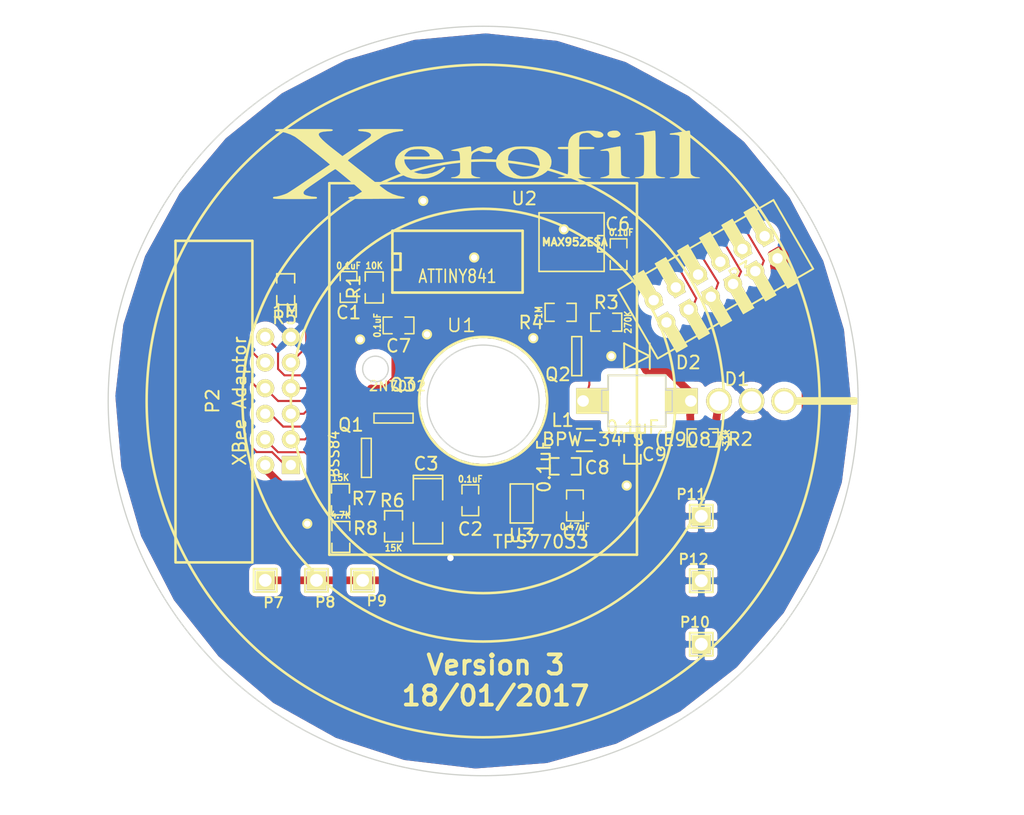
<source format=kicad_pcb>
(kicad_pcb (version 4) (host pcbnew 4.0.5-e0-6337~49~ubuntu14.04.1)
  (title_block (title "XBee ATTiny4313 Counting Node") (date "28 Jul 2014") (rev 0.0) (company "K. Sarkies"))
  (layers (0 F.Cu signal) (31 B.Cu power) (34 B.Paste user hide) (35 F.Paste user hide) (36 B.SilkS user hide) (37 F.SilkS user) (38 B.Mask user hide) (39 F.Mask user hide) (44 Edge.Cuts user))
  (net 0 "")
  (net 1 /Bootloader)
  (net 2 /On/Sleep)
  (net 3 /Reset)
  (net 4 /Rx)
  (net 5 /Sleep-Rq)
  (net 6 /Tx)
  (net 7 /VBatt)
  (net 8 /Xbee-Reset)
  (net 9 GND)
  (net 10 "Net-(U2-Pad6)")
  (net 11 "Net-(U3-Pad4)")
  (net 12 VDD)
  (net 13 "Net-(Q2-Pad3)")
  (net 14 "Net-(U2-Pad1)")
  (net 15 /MOSI)
  (net 16 /MISO)
  (net 17 /SCK)
  (net 18 /Count)
  (net 19 /PowerControl)
  (net 20 /Battery)
  (net 21 "Net-(D1-Pad1)")
  (net 22 "Net-(D2-Pad1)")
  (net 23 /VDDA)
  (net 24 /Commissioning)
  (net 25 /Association)
  (net 26 "Net-(Q1-PadG)")
  (net 27 "Net-(Q1-PadD)")
  (module Connect:SIL-1 (layer F.Cu) (at 217.02 114.03)
    (fp_text reference P12 (at -0.61 -1.67) (layer F.SilkS) (effects (font (size 0.8 0.8))))
    (fp_text value CONN_1 hide)
    (pad 1 thru_hole rect (at 0 0) (size 1.5 1.5) (drill 1) (layers *.Cu *.Mask F.SilkS) (net 9 GND))
  )
  (module SMD_Packages:SM1206POL (layer F.Cu) (at 195.7 108.6 270)
    (fp_text reference C3 (at -3.7 0.15 360) (layer F.SilkS))
    (fp_text value 10uF hide)
    (pad 1 smd rect (at -1.651 0 270) (size 1.524 2.032) (layers F.Cu F.Paste F.Mask) (net 12 VDD))
    (pad 2 smd rect (at 1.651 0 270) (size 1.524 2.032) (layers F.Cu F.Paste F.Mask) (net 9 GND))
  )
  (module SMD_Packages:SO8N (layer F.Cu) (at 206.9 87.6 180)
    (fp_text reference U2 (at 3.7 3.4 180) (layer F.SilkS))
    (fp_text value MAX952ESA (at -0.25 0 180) (layer F.SilkS) (effects (font (size 0.6 0.6))))
    (pad 8 smd rect (at -1.905 -3.175 180) (size 0.508 1.143) (layers F.Cu F.Paste F.Mask) (net 23 /VDDA))
    (pad 7 smd rect (at -0.635 -3.175 180) (size 0.508 1.143) (layers F.Cu F.Paste F.Mask) (net 18 /Count))
    (pad 6 smd rect (at 0.635 -3.175 180) (size 0.508 1.143) (layers F.Cu F.Paste F.Mask) (net 10 "Net-(U2-Pad6)"))
    (pad 5 smd rect (at 1.905 -3.175 180) (size 0.508 1.143) (layers F.Cu F.Paste F.Mask) (net 13 "Net-(Q2-Pad3)"))
    (pad 4 smd rect (at 1.905 3.175 180) (size 0.508 1.143) (layers F.Cu F.Paste F.Mask) (net 9 GND))
    (pad 3 smd rect (at 0.635 3.175 180) (size 0.508 1.143) (layers F.Cu F.Paste F.Mask) (net 9 GND))
    (pad 2 smd rect (at -0.635 3.175 180) (size 0.508 1.143) (layers F.Cu F.Paste F.Mask) (net 9 GND))
    (pad 1 smd rect (at -1.905 3.175 180) (size 0.508 1.143) (layers F.Cu F.Paste F.Mask) (net 14 "Net-(U2-Pad1)"))
  )
  (module SMD_Packages:SOT23-5 (layer F.Cu) (at 203 108 90)
    (fp_text reference U3 (at -2.5 0 180) (layer F.SilkS))
    (fp_text value TPS77033 (at -3 1.5 180) (layer F.SilkS))
    (pad 1 smd rect (at -0.9525 1.27 90) (size 0.508 0.762) (layers F.Cu F.Paste F.Mask) (net 20 /Battery))
    (pad 3 smd rect (at 0.9525 1.27 90) (size 0.508 0.762) (layers F.Cu F.Paste F.Mask) (net 9 GND))
    (pad 5 smd rect (at -0.9525 -1.27 90) (size 0.508 0.762) (layers F.Cu F.Paste F.Mask) (net 12 VDD))
    (pad 2 smd rect (at 0 1.27 90) (size 0.508 0.762) (layers F.Cu F.Paste F.Mask) (net 9 GND))
    (pad 4 smd rect (at 0.9525 -1.27 90) (size 0.508 0.762) (layers F.Cu F.Paste F.Mask) (net 11 "Net-(U3-Pad4)"))
  )
  (module SMD_Packages:SM0603_Capa (layer F.Cu) (at 189.5 91.1 270)
    (fp_text reference C1 (at 2 0 360) (layer F.SilkS))
    (fp_text value 0.1uF (at -1.651 0 360) (layer F.SilkS) (effects (font (size 0.508 0.4572) (thickness 0.1143))))
    (pad 1 smd rect (at -0.762 0 270) (size 0.635 1.143) (layers F.Cu F.Paste F.Mask) (net 3 /Reset))
    (pad 2 smd rect (at 0.762 0 270) (size 0.635 1.143) (layers F.Cu F.Paste F.Mask) (net 9 GND))
  )
  (module SMD_Packages:SM0603_Capa (layer F.Cu) (at 199 107.75 270)
    (fp_text reference C2 (at 2.25 0 360) (layer F.SilkS))
    (fp_text value 0.1uF (at -1.651 0 360) (layer F.SilkS) (effects (font (size 0.508 0.4572) (thickness 0.1143))))
    (pad 1 smd rect (at -0.762 0 270) (size 0.635 1.143) (layers F.Cu F.Paste F.Mask) (net 12 VDD))
    (pad 2 smd rect (at 0.762 0 270) (size 0.635 1.143) (layers F.Cu F.Paste F.Mask) (net 9 GND))
  )
  (module SMD_Packages:SM0603_Capa (layer F.Cu) (at 207.16 108.16 90)
    (fp_text reference C4 (at -2.15 0 180) (layer F.SilkS))
    (fp_text value 0.47uF (at -1.651 0 180) (layer F.SilkS) (effects (font (size 0.508 0.4572) (thickness 0.1143))))
    (pad 1 smd rect (at -0.762 0 90) (size 0.635 1.143) (layers F.Cu F.Paste F.Mask) (net 20 /Battery))
    (pad 2 smd rect (at 0.762 0 90) (size 0.635 1.143) (layers F.Cu F.Paste F.Mask) (net 9 GND))
  )
  (module SMD_Packages:SM0603_Resistor (layer F.Cu) (at 191.5 91.14 270)
    (fp_text reference R1 (at -0.04 1.6 450) (layer F.SilkS))
    (fp_text value 10K (at -1.69926 0 360) (layer F.SilkS) (effects (font (size 0.508 0.4572) (thickness 0.1143))))
    (pad 1 smd rect (at -0.762 0 270) (size 0.635 1.143) (layers F.Cu F.Paste F.Mask) (net 3 /Reset))
    (pad 2 smd rect (at 0.762 0 270) (size 0.635 1.143) (layers F.Cu F.Paste F.Mask) (net 12 VDD))
  )
  (module SMD_Packages:SM0603_Resistor (layer F.Cu) (at 217.12 102.88)
    (fp_text reference R2 (at 2.95 0.1 180) (layer F.SilkS))
    (fp_text value 33K (at 1.85 0 90) (layer F.SilkS) (effects (font (size 0.508 0.4572) (thickness 0.1143))))
    (pad 1 smd rect (at -0.762 0) (size 0.635 1.143) (layers F.Cu F.Paste F.Mask) (net 23 /VDDA))
    (pad 2 smd rect (at 0.762 0) (size 0.635 1.143) (layers F.Cu F.Paste F.Mask) (net 21 "Net-(D1-Pad1)"))
  )
  (module SMD_Packages:SM0603_Resistor (layer F.Cu) (at 184.6 91.28 90)
    (fp_text reference R5 (at -2.21 -0.09 360) (layer F.SilkS))
    (fp_text value 1M (at -1.69926 0 180) (layer F.SilkS))
    (pad 1 smd rect (at -0.762 0 90) (size 0.635 1.143) (layers F.Cu F.Paste F.Mask) (net 9 GND))
    (pad 2 smd rect (at 0.762 0 90) (size 0.635 1.143) (layers F.Cu F.Paste F.Mask) (net 5 /Sleep-Rq))
  )
  (module SMD_Packages:SM0603_Resistor (layer F.Cu) (at 188.87 107.68 270)
    (fp_text reference R7 (at -0.06 -1.85 360) (layer F.SilkS))
    (fp_text value 15K (at -1.69926 0 360) (layer F.SilkS) (effects (font (size 0.508 0.4572) (thickness 0.1143))))
    (pad 1 smd rect (at -0.762 0 270) (size 0.635 1.143) (layers F.Cu F.Paste F.Mask) (net 27 "Net-(Q1-PadD)"))
    (pad 2 smd rect (at 0.762 0 270) (size 0.635 1.143) (layers F.Cu F.Paste F.Mask) (net 7 /VBatt))
  )
  (module SMD_Packages:SM0603_Resistor (layer F.Cu) (at 188.9 110.61 270)
    (fp_text reference R8 (at -0.67 -1.93 360) (layer F.SilkS))
    (fp_text value 4.7K (at -1.69926 0 360) (layer F.SilkS) (effects (font (size 0.508 0.4572) (thickness 0.1143))))
    (pad 1 smd rect (at -0.762 0 270) (size 0.635 1.143) (layers F.Cu F.Paste F.Mask) (net 7 /VBatt))
    (pad 2 smd rect (at 0.762 0 270) (size 0.635 1.143) (layers F.Cu F.Paste F.Mask) (net 9 GND))
  )
  (module SMD_Packages:SM0603_Resistor (layer F.Cu) (at 193.01 109.78 90)
    (fp_text reference R6 (at 2 -0.1 180) (layer F.SilkS))
    (fp_text value 15K (at -1.69926 0 180) (layer F.SilkS) (effects (font (size 0.508 0.4572) (thickness 0.1143))))
    (pad 1 smd rect (at -0.762 0 90) (size 0.635 1.143) (layers F.Cu F.Paste F.Mask) (net 20 /Battery))
    (pad 2 smd rect (at 0.762 0 90) (size 0.635 1.143) (layers F.Cu F.Paste F.Mask) (net 26 "Net-(Q1-PadG)"))
  )
  (module PhotoDiode:pin_header_2mm_2x6 (layer F.Cu) (at 184 100 90)
    (fp_text reference P2 (at 0 -5.1 90) (layer F.SilkS))
    (fp_text value "XBee Adaptor" (at 0 -3 90) (layer F.SilkS))
    (pad 5 thru_hole circle (at -1 1 90) (size 1.4 1.4) (drill 0.8) (layers *.Cu *.Mask F.SilkS) (net 3 /Reset))
    (pad 3 thru_hole circle (at -3 1 90) (size 1.4 1.4) (drill 0.8) (layers *.Cu *.Mask F.SilkS) (net 1 /Bootloader))
    (pad 1 thru_hole rect (at -5 1 90) (size 1.4 1.4) (drill 0.8) (layers *.Cu *.Mask F.SilkS) (net 24 /Commissioning))
    (pad 7 thru_hole circle (at 1 1 90) (size 1.4 1.4) (drill 0.8) (layers *.Cu *.Mask F.SilkS) (net 4 /Rx))
    (pad 9 thru_hole circle (at 3 1 90) (size 1.4 1.4) (drill 0.8) (layers *.Cu *.Mask F.SilkS) (net 2 /On/Sleep))
    (pad 11 thru_hole circle (at 5 1 90) (size 1.4 1.4) (drill 0.8) (layers *.Cu *.Mask F.SilkS) (net 9 GND))
    (pad 12 thru_hole circle (at 5 -1 90) (size 1.4 1.4) (drill 0.8) (layers *.Cu *.Mask F.SilkS) (net 6 /Tx))
    (pad 10 thru_hole circle (at 3 -1 90) (size 1.4 1.4) (drill 0.8) (layers *.Cu *.Mask F.SilkS) (net 25 /Association))
    (pad 8 thru_hole circle (at 1 -1 90) (size 1.4 1.4) (drill 0.8) (layers *.Cu *.Mask F.SilkS) (net 5 /Sleep-Rq))
    (pad 6 thru_hole circle (at -1 -1 90) (size 1.4 1.4) (drill 0.8) (layers *.Cu *.Mask F.SilkS) (net 8 /Xbee-Reset))
    (pad 4 thru_hole circle (at -3 -1 90) (size 1.4 1.4) (drill 0.8) (layers *.Cu *.Mask F.SilkS) (net 7 /VBatt))
    (pad 2 thru_hole circle (at -5 -1 90) (size 1.4 1.4) (drill 0.8) (layers *.Cu *.Mask F.SilkS) (net 20 /Battery))
  )
  (module SMD_Packages:SOT23EBC (layer F.Cu) (at 207.3 96.5 270)
    (fp_text reference Q2 (at 1.43 1.47 360) (layer F.SilkS))
    (fp_text value MMBT3904 hide)
    (pad 1 smd rect (at -0.889 -1.016 270) (size 0.9144 0.9144) (layers F.Cu F.Paste F.Mask) (net 9 GND))
    (pad 2 smd rect (at 0.889 -1.016 270) (size 0.9144 0.9144) (layers F.Cu F.Paste F.Mask) (net 22 "Net-(D2-Pad1)"))
    (pad 3 smd rect (at 0 1.016 270) (size 0.9144 0.9144) (layers F.Cu F.Paste F.Mask) (net 13 "Net-(Q2-Pad3)"))
  )
  (module SMD_Packages:SOT23GDS (layer F.Cu) (at 193.01 101.34)
    (fp_text reference Q3 (at 0.7 -2.6 180) (layer F.SilkS))
    (fp_text value 2N7002 (at 0.3 -2.5) (layer F.SilkS) (effects (font (size 0.762 0.762) (thickness 0.12954))))
    (pad S smd rect (at -0.889 -1.016) (size 0.9144 0.9144) (layers F.Cu F.Paste F.Mask) (net 9 GND))
    (pad G smd rect (at 0.889 -1.016) (size 0.9144 0.9144) (layers F.Cu F.Paste F.Mask) (net 19 /PowerControl))
    (pad D smd rect (at 0 1.016) (size 0.9144 0.9144) (layers F.Cu F.Paste F.Mask) (net 26 "Net-(Q1-PadG)"))
  )
  (module SMD_Packages:SM0603_Capa (layer F.Cu) (at 210.566 88.5444 90)
    (fp_text reference C6 (at 2.3444 -0.066 180) (layer F.SilkS))
    (fp_text value 0.1uF (at 1.7 0.2 180) (layer F.SilkS) (effects (font (size 0.508 0.4572) (thickness 0.1143))))
    (pad 1 smd rect (at -0.762 0 90) (size 0.635 1.143) (layers F.Cu F.Paste F.Mask) (net 23 /VDDA))
    (pad 2 smd rect (at 0.762 0 90) (size 0.635 1.143) (layers F.Cu F.Paste F.Mask) (net 9 GND))
  )
  (module SMD_Packages:SM0603_Capa (layer F.Cu) (at 193.4 94.1)
    (fp_text reference C7 (at 0 1.6 180) (layer F.SilkS))
    (fp_text value 0.1uF (at -1.651 0 90) (layer F.SilkS) (effects (font (size 0.508 0.4572) (thickness 0.1143))))
    (pad 1 smd rect (at -0.762 0) (size 0.635 1.143) (layers F.Cu F.Paste F.Mask) (net 12 VDD))
    (pad 2 smd rect (at 0.762 0) (size 0.635 1.143) (layers F.Cu F.Paste F.Mask) (net 9 GND))
  )
  (module Connect:SIL-1 (layer F.Cu) (at 183 114)
    (fp_text reference P7 (at 0.64 1.75) (layer F.SilkS) (effects (font (size 0.8 0.8))))
    (fp_text value CONN_1 hide)
    (pad 1 thru_hole rect (at 0 0) (size 1.5 1.5) (drill 1) (layers *.Cu *.Mask F.SilkS) (net 20 /Battery))
  )
  (module Connect:SIL-1 (layer F.Cu) (at 187 114)
    (fp_text reference P8 (at 0.68 1.71) (layer F.SilkS) (effects (font (size 0.8 0.8))))
    (fp_text value CONN_1 hide)
    (pad 1 thru_hole rect (at 0 0) (size 1.5 1.5) (drill 1) (layers *.Cu *.Mask F.SilkS) (net 20 /Battery))
  )
  (module Connect:SIL-1 (layer F.Cu) (at 190.6 114)
    (fp_text reference P9 (at 1.1 1.6) (layer F.SilkS) (effects (font (size 0.8 0.8))))
    (fp_text value CONN_1 hide)
    (pad 1 thru_hole rect (at 0 0) (size 1.5 1.5) (drill 1) (layers *.Cu *.Mask F.SilkS) (net 20 /Battery))
  )
  (module Connect:SIL-1 (layer F.Cu) (at 217.02 118.99)
    (fp_text reference P10 (at -0.5 -1.72) (layer F.SilkS) (effects (font (size 0.8 0.8))))
    (fp_text value CONN_1 hide)
    (pad 1 thru_hole rect (at 0 0) (size 1.5 1.5) (drill 1) (layers *.Cu *.Mask F.SilkS) (net 9 GND))
  )
  (module Connect:SIL-1 (layer F.Cu) (at 217.02 109)
    (fp_text reference P11 (at -0.78 -1.71) (layer F.SilkS) (effects (font (size 0.8 0.8))))
    (fp_text value CONN_1 hide)
    (pad 1 thru_hole rect (at 0 0) (size 1.5 1.5) (drill 1) (layers *.Cu *.Mask F.SilkS) (net 9 GND))
  )
  (module Photodiode:THROUGHVIA (layer F.Cu) (at 190.4 95.2)
    (fp_text reference P12 hide)
    (fp_text value CONN_1 hide)
    (pad 1 thru_hole circle (at 0 0) (size 0.8 0.8) (drill 0.5) (layers *.Cu *.Mask F.SilkS) (net 9 GND))
  )
  (module Photodiode:THROUGHVIA (layer F.Cu) (at 199.3 88.8)
    (fp_text reference P13 hide)
    (fp_text value CONN_1 hide)
    (pad 1 thru_hole circle (at 0 0) (size 0.8 0.8) (drill 0.5) (layers *.Cu *.Mask F.SilkS) (net 9 GND))
  )
  (module Photodiode:THROUGHVIA (layer F.Cu) (at 210 96.5)
    (fp_text reference P14 hide)
    (fp_text value CONN_1 hide)
    (pad 1 thru_hole circle (at 0 0) (size 0.8 0.8) (drill 0.5) (layers *.Cu *.Mask F.SilkS) (net 9 GND))
  )
  (module Photodiode:THROUGHVIA (layer F.Cu) (at 195.62 94.8)
    (fp_text reference P15 hide)
    (fp_text value CONN_1 hide)
    (pad 1 thru_hole circle (at 0 0) (size 0.8 0.8) (drill 0.5) (layers *.Cu *.Mask F.SilkS) (net 9 GND))
  )
  (module Photodiode:THROUGHVIA (layer F.Cu) (at 211.2 106.6)
    (fp_text reference P16 hide)
    (fp_text value CONN_1 hide)
    (pad 1 thru_hole circle (at 0 0) (size 0.8 0.8) (drill 0.5) (layers *.Cu *.Mask F.SilkS) (net 9 GND))
  )
  (module Photodiode:THROUGHVIA (layer F.Cu) (at 186.28 109.58)
    (fp_text reference P17 hide)
    (fp_text value CONN_1 hide)
    (pad 1 thru_hole circle (at 0 0) (size 0.8 0.8) (drill 0.5) (layers *.Cu *.Mask F.SilkS) (net 9 GND))
  )
  (module Photodiode:THROUGHVIA (layer F.Cu) (at 206.3 86.6)
    (fp_text reference P18 hide)
    (fp_text value CONN_1 hide)
    (pad 1 thru_hole circle (at 0 0) (size 0.8 0.8) (drill 0.5) (layers *.Cu *.Mask F.SilkS) (net 9 GND))
  )
  (module Photodiode:ATTINY841-SSU (layer F.Cu) (at 198 89)
    (fp_text reference U1 (at 0.3 5.1) (layer F.SilkS) (effects (font (size 1.016 1.143) (thickness 0.127))))
    (fp_text value ATTINY841 (at 0 1.27) (layer F.SilkS) (effects (font (size 1.016 0.8) (thickness 0.127))))
    (pad 1 smd rect (at -3.81 3.302) (size 0.508 1.143) (layers F.Cu F.Paste F.Mask) (net 12 VDD))
    (pad 2 smd rect (at -2.54 3.302) (size 0.508 1.143) (layers F.Cu F.Paste F.Mask) (net 1 /Bootloader))
    (pad 3 smd rect (at -1.27 3.302) (size 0.508 1.143) (layers F.Cu F.Paste F.Mask) (net 18 /Count))
    (pad 4 smd rect (at 0 3.302) (size 0.508 1.143) (layers F.Cu F.Paste F.Mask) (net 3 /Reset))
    (pad 5 smd rect (at 1.27 3.302) (size 0.508 1.143) (layers F.Cu F.Paste F.Mask) (net 8 /Xbee-Reset))
    (pad 6 smd rect (at 2.54 3.302) (size 0.508 1.143) (layers F.Cu F.Paste F.Mask) (net 19 /PowerControl))
    (pad 7 smd rect (at 3.81 3.302) (size 0.508 1.143) (layers F.Cu F.Paste F.Mask) (net 15 /MOSI))
    (pad 8 smd rect (at 3.81 -3.048) (size 0.508 1.143) (layers F.Cu F.Paste F.Mask) (net 16 /MISO))
    (pad 9 smd rect (at 2.54 -3.048) (size 0.508 1.143) (layers F.Cu F.Paste F.Mask) (net 17 /SCK))
    (pad 11 smd rect (at 0 -3.048) (size 0.508 1.143) (layers F.Cu F.Paste F.Mask) (net 4 /Rx))
    (pad 12 smd rect (at -1.27 -3.048) (size 0.508 1.143) (layers F.Cu F.Paste F.Mask) (net 6 /Tx))
    (pad 13 smd rect (at -2.54 -3.048) (size 0.508 1.143) (layers F.Cu F.Paste F.Mask) (net 2 /On/Sleep))
    (pad 14 smd rect (at -3.81 -3.048) (size 0.508 1.143) (layers F.Cu F.Paste F.Mask) (net 9 GND))
    (pad 10 smd rect (at 1.27 -3.048) (size 0.508 1.143) (layers F.Cu F.Paste F.Mask) (net 5 /Sleep-Rq))
  )
  (module Photodiode:THROUGHVIA (layer F.Cu) (at 197.45 112.25)
    (fp_text reference Ref** hide)
    (fp_text value Val** hide)
    (pad 1 thru_hole circle (at 0 0) (size 0.8 0.8) (drill 0.5) (layers *.Cu *.Mask) (net 9 GND))
  )
  (module SMD_Packages:SMD-0603_c (layer F.Cu) (at 206.4 105.1)
    (fp_text reference C8 (at 2.5 0.1 180) (layer F.SilkS))
    (fp_text value 0.1uF (at -1.651 0 90) (layer F.SilkS))
    (pad 1 smd rect (at -0.762 0) (size 0.635 1.143) (layers F.Cu F.Paste F.Mask) (net 12 VDD))
    (pad 2 smd rect (at 0.762 0) (size 0.635 1.143) (layers F.Cu F.Paste F.Mask) (net 9 GND))
  )
  (module SMD_Packages:SMD-0603_c (layer F.Cu) (at 211.65 103.7 270)
    (fp_text reference C9 (at 0.47 -1.71 360) (layer F.SilkS))
    (fp_text value 0.1uF (at -1.651 0 360) (layer F.SilkS))
    (pad 1 smd rect (at -0.762 0 270) (size 0.635 1.143) (layers F.Cu F.Paste F.Mask) (net 23 /VDDA))
    (pad 2 smd rect (at 0.762 0 270) (size 0.635 1.143) (layers F.Cu F.Paste F.Mask) (net 9 GND))
  )
  (module PhotoDiode:THROUGHVIA (layer F.Cu) (at 195.326 84.3788)
    (fp_text reference P19 hide)
    (fp_text value CONN_1 hide)
    (pad 1 thru_hole circle (at 0 0) (size 0.8 0.8) (drill 0.5) (layers *.Cu *.Mask F.SilkS) (net 9 GND))
  )
  (module PhotoDiode:THROUGHVIA (layer F.Cu) (at 203.9112 95.0976)
    (fp_text reference P20 hide)
    (fp_text value CONN_1 hide)
    (pad 1 thru_hole circle (at 0 0) (size 0.8 0.8) (drill 0.5) (layers *.Cu *.Mask F.SilkS) (net 9 GND))
  )
  (module PhotoDiode:R_0805 (layer F.Cu) (at 207.9 103.05 180)
    (fp_text reference L1 (at 1.7 1.55 180) (layer F.SilkS))
    (fp_text value INDUCTOR_SMALL)
    (pad 1 smd rect (at -1.35 0 180) (size 1.5 1.3) (layers F.Cu F.Paste F.Mask) (net 23 /VDDA))
    (pad 2 smd rect (at 1.35 0 180) (size 1.5 1.3) (layers F.Cu F.Paste F.Mask) (net 12 VDD))
  )
  (module PhotoDiode:LED-Mount (layer F.Cu) (at 218.4 100 180)
    (fp_text reference D1 (at -1.4 1.7 180) (layer F.SilkS))
    (fp_text value SFH4056 hide)
    (pad 1 thru_hole circle (at 0 0 180) (size 2 2) (drill 1.5) (layers *.Cu *.Mask F.SilkS) (net 21 "Net-(D1-Pad1)"))
    (pad 2 thru_hole circle (at -2.54 0 180) (size 2 2) (drill 1.5) (layers *.Cu *.Mask F.SilkS) (net 9 GND))
    (pad 3 thru_hole circle (at -5.08 0 180) (size 2 2) (drill 1.5) (layers *.Cu *.Mask F.SilkS))
  )
  (module PhotoDiode:BPW34 (layer F.Cu) (at 212 100)
    (fp_text reference D2 (at 4 -3) (layer F.SilkS))
    (fp_text value "BPW-34 S (E9087)" (at 0 3) (layer F.SilkS))
    (pad 2 thru_hole rect (at 4.2 0 180) (size 2.5 2) (drill 0.9 (offset 0.7 0)) (layers *.Cu *.Mask F.SilkS) (net 23 /VDDA))
    (pad 1 thru_hole rect (at -4.2 0 180) (size 2.5 2) (drill 0.9 (offset -0.7 0)) (layers *.Cu *.Mask F.SilkS) (net 22 "Net-(D2-Pad1)"))
  )
  (module PhotoDiode:pin_smd_header_2mm_2x6 (layer F.Cu) (at 219 90 30)
    (fp_text reference P3 (at 1 0.5 30) (layer F.SilkS))
    (fp_text value "Debug Adaptor")
    (pad 8 thru_hole circle (at 0 -1 30) (size 1.4 1.4) (drill 0.8) (layers *.Cu *.Mask F.SilkS) (net 4 /Rx))
    (pad 10 thru_hole circle (at 2 -1 30) (size 1.4 1.4) (drill 0.8) (layers *.Cu *.Mask F.SilkS) (net 2 /On/Sleep))
    (pad 12 thru_hole circle (at 4 -1 30) (size 1.4 1.4) (drill 0.8) (layers *.Cu *.Mask F.SilkS) (net 24 /Commissioning))
    (pad 6 thru_hole circle (at -2 -1 30) (size 1.4 1.4) (drill 0.8) (layers *.Cu *.Mask F.SilkS) (net 16 /MISO))
    (pad 4 thru_hole circle (at -4 -1 30) (size 1.4 1.4) (drill 0.8) (layers *.Cu *.Mask F.SilkS) (net 15 /MOSI))
    (pad 2 thru_hole circle (at -6 -1 30) (size 1.4 1.4) (drill 0.8) (layers *.Cu *.Mask F.SilkS) (net 18 /Count))
    (pad 1 thru_hole circle (at -6 1 30) (size 1.4 1.4) (drill 0.8) (layers *.Cu *.Mask F.SilkS) (net 20 /Battery))
    (pad 3 thru_hole circle (at -4 1 30) (size 1.4 1.4) (drill 0.8) (layers *.Cu *.Mask F.SilkS) (net 3 /Reset))
    (pad 5 thru_hole circle (at -2 1 30) (size 1.4 1.4) (drill 0.8) (layers *.Cu *.Mask F.SilkS) (net 17 /SCK))
    (pad 7 thru_hole circle (at 0 1 30) (size 1.4 1.4) (drill 0.8) (layers *.Cu *.Mask F.SilkS) (net 6 /Tx))
    (pad 9 thru_hole circle (at 2 1 30) (size 1.4 1.4) (drill 0.8) (layers *.Cu *.Mask F.SilkS) (net 25 /Association))
    (pad 11 thru_hole circle (at 4 1 30) (size 1.4 1.4) (drill 0.8) (layers *.Cu *.Mask F.SilkS) (net 9 GND))
    (pad 12 thru_hole rect (at 4 -1 30) (size 1.02 3.15) (drill 0.8 (offset 0 -0.875)) (layers F.Cu F.SilkS F.Mask) (net 24 /Commissioning))
    (pad 11 thru_hole rect (at 4 1 30) (size 1.02 3.15) (drill 0.8 (offset 0 0.875)) (layers F.Cu F.SilkS F.Mask) (net 9 GND))
    (pad 10 thru_hole rect (at 2 -1 30) (size 1.02 3.15) (drill 0.8 (offset 0 -0.875)) (layers F.Cu F.SilkS F.Mask) (net 2 /On/Sleep))
    (pad 8 thru_hole rect (at 0 -1 30) (size 1.02 3.15) (drill 0.8 (offset 0 -0.875)) (layers F.Cu F.SilkS F.Mask) (net 4 /Rx))
    (pad 6 thru_hole rect (at -2 -1 30) (size 1.02 3.15) (drill 0.8 (offset 0 -0.875)) (layers F.Cu F.SilkS F.Mask) (net 16 /MISO))
    (pad 4 thru_hole rect (at -4 -1 30) (size 1.02 3.15) (drill 0.8 (offset 0 -0.875)) (layers F.Cu F.SilkS F.Mask) (net 15 /MOSI))
    (pad 2 thru_hole rect (at -6 -1 30) (size 1.02 3.15) (drill 0.8 (offset 0 -0.875)) (layers F.Cu F.SilkS F.Mask) (net 18 /Count))
    (pad 9 thru_hole rect (at 2 1 30) (size 1.02 3.15) (drill 0.8 (offset 0 0.875)) (layers F.Cu F.SilkS F.Mask) (net 25 /Association))
    (pad 7 thru_hole rect (at 0 1 30) (size 1.02 3.15) (drill 0.8 (offset 0 0.875)) (layers F.Cu F.SilkS F.Mask) (net 6 /Tx))
    (pad 5 thru_hole rect (at -2 1 30) (size 1.02 3.15) (drill 0.8 (offset 0 0.875)) (layers F.Cu F.SilkS F.Mask) (net 17 /SCK))
    (pad 3 thru_hole rect (at -4 1 30) (size 1.02 3.15) (drill 0.8 (offset 0 0.875)) (layers F.Cu F.SilkS F.Mask) (net 3 /Reset))
    (pad 1 thru_hole rect (at -6 1 30) (size 1.02 3.15) (drill 0.8 (offset 0 0.875)) (layers F.Cu F.SilkS F.Mask) (net 20 /Battery))
  )
  (module PhotoDiode:SOT23GDS (layer F.Cu) (at 190.89 104.44 90)
    (fp_text reference Q1 (at 2.57 -1.21 180) (layer F.SilkS))
    (fp_text value BSS84 (at 0.3 -2.5 90) (layer F.SilkS) (effects (font (size 0.762 0.762) (thickness 0.12954))))
    (pad S smd rect (at -0.889 -1.016 90) (size 0.9144 0.9144) (layers F.Cu F.Paste F.Mask) (net 20 /Battery))
    (pad G smd rect (at 0.889 -1.016 90) (size 0.9144 0.9144) (layers F.Cu F.Paste F.Mask) (net 26 "Net-(Q1-PadG)"))
    (pad D smd rect (at 0 1.016 90) (size 0.9144 0.9144) (layers F.Cu F.Paste F.Mask) (net 27 "Net-(Q1-PadD)"))
  )
  (module PhotoDiode:SM0603_Resistor (layer F.Cu) (at 209.61 93.85 180)
    (fp_text reference R3 (at 0 1.54 360) (layer F.SilkS))
    (fp_text value 270K (at -1.69926 0 270) (layer F.SilkS) (effects (font (size 0.508 0.4572) (thickness 0.1143))))
    (pad 1 smd rect (at -0.762 0 180) (size 0.635 1.143) (layers F.Cu F.Paste F.Mask) (net 23 /VDDA))
    (pad 2 smd rect (at 0.762 0 180) (size 0.635 1.143) (layers F.Cu F.Paste F.Mask) (net 13 "Net-(Q2-Pad3)"))
  )
  (module PhotoDiode:SM0603_Resistor (layer F.Cu) (at 206.04 93.08)
    (fp_text reference R4 (at -2.3 0.8 180) (layer F.SilkS))
    (fp_text value 1M (at -1.69926 0 90) (layer F.SilkS) (effects (font (size 0.508 0.4572) (thickness 0.1143))))
    (pad 1 smd rect (at -0.762 0) (size 0.635 1.143) (layers F.Cu F.Paste F.Mask) (net 13 "Net-(Q2-Pad3)"))
    (pad 2 smd rect (at 0.762 0) (size 0.635 1.143) (layers F.Cu F.Paste F.Mask) (net 18 /Count))
  )
  (module PhotoDiode:Xerofill-Logo-Big (layer F.Cu) (at 200.16 81.48)
    (fp_text reference G*** hide)
    (fp_text value LOGO hide)
  )
  (gr_text "Version 3\n18/01/2017" (at 200.97 121.81) (layer F.SilkS) (effects (font (size 1.5 1.5) (thickness 0.3))))
  (gr_circle (center 191.6 97.5) (end 191.6 96.5) (layer Edge.Cuts) (width 0.1))
  (gr_line (start 209.75 98.05) (end 209.75 99.15) (angle 90) (layer Edge.Cuts) (width 0.1))
  (gr_line (start 209.75 100.85) (end 209.75 102) (angle 90) (layer Edge.Cuts) (width 0.1))
  (gr_line (start 214.25 100.85) (end 214.25 102) (angle 90) (layer Edge.Cuts) (width 0.1))
  (gr_line (start 214.75 100.85) (end 214.25 100.85) (angle 90) (layer Edge.Cuts) (width 0.1))
  (gr_line (start 214.75 99.15) (end 214.75 100.85) (angle 90) (layer Edge.Cuts) (width 0.1))
  (gr_line (start 214.25 99.15) (end 214.75 99.15) (angle 90) (layer Edge.Cuts) (width 0.1))
  (gr_line (start 214.25 98) (end 214.25 99.15) (angle 90) (layer Edge.Cuts) (width 0.1))
  (gr_line (start 209.25 100.85) (end 209.75 100.85) (angle 90) (layer Edge.Cuts) (width 0.1))
  (gr_line (start 209.25 99.15) (end 209.25 100.85) (angle 90) (layer Edge.Cuts) (width 0.1))
  (gr_line (start 209.75 99.15) (end 209.25 99.15) (angle 90) (layer Edge.Cuts) (width 0.1))
  (gr_line (start 214.25 102) (end 209.75 102) (angle 90) (layer Edge.Cuts) (width 0.1))
  (gr_line (start 209.75 98) (end 214.25 98) (angle 90) (layer Edge.Cuts) (width 0.1))
  (gr_line (start 223.52 100) (end 229 100) (angle 90) (layer F.SilkS) (width 0.6))
  (gr_line (start 182 112.6) (end 176 112.6) (angle 90) (layer F.SilkS) (width 0.2))
  (gr_line (start 182 87.5) (end 176 87.5) (angle 90) (layer F.SilkS) (width 0.2))
  (gr_line (start 176 112.5) (end 176 87.5) (angle 90) (layer F.SilkS) (width 0.2))
  (gr_circle (center 200 100) (end 215 99.9) (layer F.SilkS) (width 0.2))
  (gr_circle (center 200 100) (end 226.25 100) (layer F.SilkS) (width 0.2))
  (gr_circle (center 200 100) (end 229.25 100) (layer Edge.Cuts) (width 0.1))
  (gr_circle (center 200 100) (end 205 100) (layer F.SilkS) (width 0.2))
  (gr_circle (center 200 100) (end 218.75 99) (layer F.SilkS) (width 0.2))
  (gr_line (start 182 112.5) (end 182 87.5) (angle 90) (layer F.SilkS) (width 0.2))
  (gr_line (start 188 83) (end 188 112) (angle 90) (layer F.SilkS) (width 0.2))
  (gr_line (start 212 83) (end 188 83) (angle 90) (layer F.SilkS) (width 0.2))
  (gr_line (start 212 112) (end 212 83) (angle 90) (layer F.SilkS) (width 0.2))
  (gr_line (start 188 112) (end 212 112) (angle 90) (layer F.SilkS) (width 0.2))
  (gr_circle (center 200 100) (end 204.25 101) (layer Edge.Cuts) (width 0.1))
  (segment (start 185 103) (end 184.6 103) (width 0.16) (layer F.Cu) (net 1))
  (segment (start 188.8 91.3) (end 188.6 91.5) (width 0.16) (layer F.Cu) (net 1))
  (segment (start 186.1 103) (end 185 103) (width 0.16) (layer F.Cu) (net 1))
  (segment (start 188.6 100.5) (end 186.1 103) (width 0.16) (layer F.Cu) (net 1))
  (segment (start 188.6 91.5) (end 188.6 100.5) (width 0.16) (layer F.Cu) (net 1))
  (segment (start 195.46 92.302) (end 195.46 91.96) (width 0.15) (layer F.Cu) (net 1))
  (segment (start 192.4 91.3) (end 188.8 91.3) (width 0.16) (layer F.Cu) (net 1))
  (segment (start 194.8 91.3) (end 192.4 91.3) (width 0.16) (layer F.Cu) (net 1))
  (segment (start 195.46 91.96) (end 194.8 91.3) (width 0.16) (layer F.Cu) (net 1))
  (segment (start 188.8 91.3) (end 188.8 91.3) (width 0.16) (layer F.Cu) (net 1))
  (segment (start 186.2 92.2) (end 186.2 95.8) (width 0.16) (layer F.Cu) (net 2))
  (segment (start 186.2 90) (end 186.2 92.2) (width 0.15) (layer F.Cu) (net 2))
  (segment (start 186.2 95.8) (end 185 97) (width 0.16) (layer F.Cu) (net 2))
  (segment (start 195.46 85.24) (end 197.3 83.4) (width 0.16) (layer F.Cu) (net 2))
  (segment (start 197.3 83.4) (end 200.25 83.4) (width 0.16) (layer F.Cu) (net 2))
  (segment (start 200.25 83.4) (end 201.5 82.15) (width 0.16) (layer F.Cu) (net 2))
  (segment (start 201.5 82.15) (end 201.5 81) (width 0.16) (layer F.Cu) (net 2))
  (segment (start 201.5 81) (end 202.7 79.8) (width 0.16) (layer F.Cu) (net 2))
  (segment (start 195.46 85.952) (end 195.46 85.24) (width 0.16) (layer F.Cu) (net 2))
  (segment (start 195.46 85.952) (end 195.46 86.94) (width 0.15) (layer F.Cu) (net 2))
  (segment (start 190.5 87.6) (end 190.4 87.6) (width 0.15) (layer F.Cu) (net 2))
  (segment (start 194.8 87.6) (end 190.5 87.6) (width 0.15) (layer F.Cu) (net 2))
  (segment (start 195.46 86.94) (end 194.8 87.6) (width 0.15) (layer F.Cu) (net 2))
  (segment (start 188.6 87.6) (end 186.2 90) (width 0.16) (layer F.Cu) (net 2))
  (segment (start 190.5 87.6) (end 188.6 87.6) (width 0.16) (layer F.Cu) (net 2))
  (segment (start 210.9216 79.8) (end 210.9656 79.8) (width 0.16) (layer F.Cu) (net 2))
  (segment (start 210.9656 79.8) (end 216.8652 85.6996) (width 0.16) (layer F.Cu) (net 2))
  (segment (start 202.7 79.8) (end 210.9216 79.8) (width 0.16) (layer F.Cu) (net 2))
  (segment (start 210.9216 79.8) (end 211 79.8) (width 0.16) (layer F.Cu) (net 2))
  (segment (start 216.8652 85.6996) (end 218.6432 85.6996) (width 0.16) (layer F.Cu) (net 2))
  (segment (start 218.6432 85.6996) (end 220.4212 88.7476) (width 0.16) (layer F.Cu) (net 2))
  (segment (start 191.5 90.378) (end 189.54 90.378) (width 0.16) (layer F.Cu) (net 3))
  (segment (start 189.54 90.378) (end 189.462 90.3) (width 0.16) (layer F.Cu) (net 3))
  (segment (start 189.462 90.3) (end 188.2 90.3) (width 0.16) (layer F.Cu) (net 3))
  (segment (start 198 91.4) (end 198 91.13) (width 0.16) (layer F.Cu) (net 3))
  (segment (start 197.248 90.378) (end 191.5 90.378) (width 0.16) (layer F.Cu) (net 3))
  (segment (start 198 91.13) (end 197.248 90.378) (width 0.16) (layer F.Cu) (net 3))
  (segment (start 187.85 99.15) (end 186 101) (width 0.16) (layer F.Cu) (net 3))
  (segment (start 186 101) (end 185 101) (width 0.16) (layer F.Cu) (net 3))
  (segment (start 187.85 93.8) (end 187.85 99.15) (width 0.16) (layer F.Cu) (net 3))
  (segment (start 209.6 82) (end 209.6096 82) (width 0.16) (layer F.Cu) (net 3))
  (segment (start 203.733334 82) (end 209.6 82) (width 0.16) (layer F.Cu) (net 3))
  (segment (start 216.625914 91.992181) (end 216.087924 93.298025) (width 0.16) (layer F.Cu) (net 3))
  (segment (start 213.868 87.1728) (end 216.625914 91.992181) (width 0.16) (layer F.Cu) (net 3))
  (segment (start 214.1728 86.5632) (end 213.868 87.1728) (width 0.16) (layer F.Cu) (net 3))
  (segment (start 209.6096 82) (end 214.1728 86.5632) (width 0.16) (layer F.Cu) (net 3))
  (segment (start 185 101) (end 184.5 101) (width 0.16) (layer F.Cu) (net 3))
  (segment (start 198 92.302) (end 198 91.4) (width 0.15) (layer F.Cu) (net 3))
  (segment (start 187.85 90.65) (end 187.85 93.8) (width 0.15) (layer F.Cu) (net 3))
  (segment (start 203.540984 86.55) (end 203.540984 82.23082) (width 0.16) (layer F.Cu) (net 3))
  (segment (start 203.540984 82.23082) (end 203.733334 82) (width 0.16) (layer F.Cu) (net 3))
  (segment (start 198 91.4) (end 198 91.3) (width 0.16) (layer F.Cu) (net 3))
  (segment (start 199.5 91.35) (end 198.05 91.35) (width 0.15) (layer F.Cu) (net 3))
  (segment (start 198.05 91.35) (end 198 91.4) (width 0.15) (layer F.Cu) (net 3))
  (segment (start 200 90.85) (end 199.5 91.35) (width 0.15) (layer F.Cu) (net 3))
  (segment (start 201.25 90.85) (end 200 90.85) (width 0.15) (layer F.Cu) (net 3))
  (segment (start 201.45 90.65) (end 201.25 90.85) (width 0.15) (layer F.Cu) (net 3))
  (segment (start 201.45 89.35) (end 201.45 90.65) (width 0.15) (layer F.Cu) (net 3))
  (segment (start 203.540984 87.259016) (end 201.45 89.35) (width 0.15) (layer F.Cu) (net 3))
  (segment (start 203.540984 86.55082) (end 203.540984 86.55) (width 0.15) (layer F.Cu) (net 3))
  (segment (start 203.540984 86.55) (end 203.540984 87.259016) (width 0.15) (layer F.Cu) (net 3))
  (segment (start 188.2 90.3) (end 187.85 90.65) (width 0.15) (layer F.Cu) (net 3))
  (segment (start 218.3892 89.40315) (end 217.0176 86.868) (width 0.16) (layer F.Cu) (net 4))
  (segment (start 217.0176 86.868) (end 216.6 86.85) (width 0.16) (layer F.Cu) (net 4))
  (segment (start 198.9 84.4) (end 198 85.5) (width 0.16) (layer F.Cu) (net 4))
  (segment (start 200.612497 84.4) (end 202.3 82.8) (width 0.16) (layer F.Cu) (net 4))
  (segment (start 202.3 82.8) (end 202.3 81.461112) (width 0.16) (layer F.Cu) (net 4))
  (segment (start 202.3 81.461112) (end 202.900993 80.849844) (width 0.16) (layer F.Cu) (net 4))
  (segment (start 202.900993 80.849844) (end 210.676551 80.826249) (width 0.16) (layer F.Cu) (net 4))
  (segment (start 210.676551 80.826249) (end 216.6 86.85) (width 0.16) (layer F.Cu) (net 4))
  (segment (start 198.9 84.4) (end 200.612497 84.4) (width 0.16) (layer F.Cu) (net 4))
  (segment (start 185 99) (end 184.7 99) (width 0.16) (layer F.Cu) (net 4))
  (segment (start 187 92.8) (end 187 98.3) (width 0.16) (layer F.Cu) (net 4))
  (segment (start 188.6 88.7) (end 187 90.3) (width 0.15) (layer F.Cu) (net 4))
  (segment (start 187 90.3) (end 187 92.8) (width 0.15) (layer F.Cu) (net 4))
  (segment (start 190.9 88.7) (end 188.6 88.7) (width 0.15) (layer F.Cu) (net 4))
  (segment (start 186.3 99) (end 185 99) (width 0.16) (layer F.Cu) (net 4))
  (segment (start 187 98.3) (end 186.3 99) (width 0.16) (layer F.Cu) (net 4))
  (segment (start 198 85.952) (end 198 85.5) (width 0.16) (layer F.Cu) (net 4))
  (segment (start 195.3 88.7) (end 198 86) (width 0.16) (layer F.Cu) (net 4))
  (segment (start 198 85.952) (end 198 86) (width 0.15) (layer F.Cu) (net 4))
  (segment (start 190.9 88.7) (end 190.8 88.7) (width 0.15) (layer F.Cu) (net 4))
  (segment (start 191.6 88.7) (end 190.9 88.7) (width 0.15) (layer F.Cu) (net 4))
  (segment (start 195.3 88.7) (end 191.6 88.7) (width 0.16) (layer F.Cu) (net 4))
  (segment (start 191.6 88.7) (end 191.5 88.7) (width 0.15) (layer F.Cu) (net 4))
  (segment (start 183 99) (end 182.4 99) (width 0.16) (layer F.Cu) (net 5))
  (segment (start 182.4 99) (end 181 97.6) (width 0.16) (layer F.Cu) (net 5))
  (segment (start 181 97.6) (end 181.0004 92.3036) (width 0.16) (layer F.Cu) (net 5))
  (segment (start 187.4 93) (end 187.4 99) (width 0.16) (layer F.Cu) (net 5))
  (segment (start 191 89.2) (end 188.7 89.2) (width 0.16) (layer F.Cu) (net 5))
  (segment (start 188.7 89.2) (end 187.4 90.5) (width 0.16) (layer F.Cu) (net 5))
  (segment (start 187.4 90.5) (end 187.4 93) (width 0.16) (layer F.Cu) (net 5))
  (segment (start 195.7 89.2) (end 192 89.2) (width 0.16) (layer F.Cu) (net 5))
  (segment (start 192 89.2) (end 191 89.2) (width 0.16) (layer F.Cu) (net 5))
  (segment (start 184 100) (end 183 99) (width 0.16) (layer F.Cu) (net 5))
  (segment (start 186.4 100) (end 184 100) (width 0.16) (layer F.Cu) (net 5))
  (segment (start 187.4 99) (end 186.4 100) (width 0.16) (layer F.Cu) (net 5))
  (segment (start 199.27 85.952) (end 199.248 85.952) (width 0.16) (layer F.Cu) (net 5))
  (segment (start 199.248 85.952) (end 196 89.2) (width 0.16) (layer F.Cu) (net 5))
  (segment (start 196 89.2) (end 195.7 89.2) (width 0.16) (layer F.Cu) (net 5))
  (segment (start 195.9 89.2) (end 195.7 89.2) (width 0.16) (layer F.Cu) (net 5))
  (segment (start 199.27 85.952) (end 199.148 85.952) (width 0.16) (layer F.Cu) (net 5))
  (segment (start 181.0004 92.3036) (end 182.65 90.6) (width 0.16) (layer F.Cu) (net 5))
  (segment (start 182.65 90.6) (end 184.6 90.6) (width 0.16) (layer F.Cu) (net 5))
  (segment (start 220.121484 89.894071) (end 219.5068 91.2528) (width 0.16) (layer F.Cu) (net 6))
  (segment (start 210.818204 80.418197) (end 216.7636 86.393944) (width 0.16) (layer F.Cu) (net 6))
  (segment (start 216.7636 86.393944) (end 218.0844 86.4108) (width 0.16) (layer F.Cu) (net 6))
  (segment (start 218.0844 86.4108) (end 220.121484 89.894071) (width 0.16) (layer F.Cu) (net 6))
  (segment (start 219.5068 91.2528) (end 219.552025 91.298025) (width 0.16) (layer F.Cu) (net 6))
  (segment (start 186.6 92.6) (end 186.6 97.4) (width 0.16) (layer F.Cu) (net 6))
  (segment (start 190.6 88.1) (end 188.7 88.1) (width 0.16) (layer F.Cu) (net 6))
  (segment (start 188.7 88.1) (end 186.6 90.2) (width 0.16) (layer F.Cu) (net 6))
  (segment (start 186.6 90.2) (end 186.6 92.6) (width 0.16) (layer F.Cu) (net 6))
  (segment (start 196.73 86.37) (end 195 88.1) (width 0.16) (layer F.Cu) (net 6))
  (segment (start 195 88.1) (end 191 88.1) (width 0.16) (layer F.Cu) (net 6))
  (segment (start 191 88.1) (end 190.6 88.1) (width 0.16) (layer F.Cu) (net 6))
  (segment (start 184 96) (end 183 95) (width 0.16) (layer F.Cu) (net 6))
  (segment (start 184 97.5) (end 184 96) (width 0.16) (layer F.Cu) (net 6))
  (segment (start 184.5 98) (end 184 97.5) (width 0.16) (layer F.Cu) (net 6))
  (segment (start 186 98) (end 184.5 98) (width 0.16) (layer F.Cu) (net 6))
  (segment (start 186.6 97.4) (end 186 98) (width 0.16) (layer F.Cu) (net 6))
  (segment (start 196.73 85.27) (end 198.1 83.9) (width 0.15) (layer F.Cu) (net 6))
  (segment (start 198.1 83.9) (end 200.403226 83.9) (width 0.15) (layer F.Cu) (net 6))
  (segment (start 200.403226 83.9) (end 201.9 82.45) (width 0.15) (layer F.Cu) (net 6))
  (segment (start 201.9 82.45) (end 201.9 81.25) (width 0.15) (layer F.Cu) (net 6))
  (segment (start 201.9 81.25) (end 202.75 80.4) (width 0.15) (layer F.Cu) (net 6))
  (segment (start 202.75 80.4) (end 210.8 80.4) (width 0.15) (layer F.Cu) (net 6))
  (segment (start 196.73 85.952) (end 196.73 85.27) (width 0.15) (layer F.Cu) (net 6))
  (segment (start 196.73 85.952) (end 196.73 86.37) (width 0.15) (layer F.Cu) (net 6))
  (segment (start 188.87 108.442) (end 188.87 109.818) (width 0.16) (layer F.Cu) (net 7))
  (segment (start 188.87 109.818) (end 188.9 109.848) (width 0.16) (layer F.Cu) (net 7))
  (segment (start 187.489 105.389) (end 187.489 107.809) (width 0.16) (layer F.Cu) (net 7))
  (segment (start 186.3 104.2) (end 187.489 105.389) (width 0.16) (layer F.Cu) (net 7))
  (segment (start 188.122 108.442) (end 188.87 108.442) (width 0.16) (layer F.Cu) (net 7))
  (segment (start 187.489 107.809) (end 188.122 108.442) (width 0.16) (layer F.Cu) (net 7))
  (segment (start 184 104) (end 183 103) (width 0.16) (layer F.Cu) (net 7))
  (segment (start 186.1 104) (end 184 104) (width 0.16) (layer F.Cu) (net 7))
  (segment (start 186.3 104.2) (end 186.1 104) (width 0.16) (layer F.Cu) (net 7))
  (segment (start 186.3 104.2) (end 186.3 104.2) (width 0.16) (layer F.Cu) (net 7))
  (segment (start 188.2 94) (end 188.2 100) (width 0.16) (layer F.Cu) (net 8))
  (segment (start 196.8 90.9) (end 197.3 91.4) (width 0.16) (layer F.Cu) (net 8))
  (segment (start 195.7 90.9) (end 196.8 90.9) (width 0.16) (layer F.Cu) (net 8))
  (segment (start 197.3 91.4) (end 197.3 91.728) (width 0.16) (layer F.Cu) (net 8))
  (segment (start 197.3 92.1) (end 197.3 93.1) (width 0.16) (layer F.Cu) (net 8))
  (segment (start 197.3 92.1) (end 197.3 91.728) (width 0.16) (layer F.Cu) (net 8))
  (segment (start 199.27 92.302) (end 199.27 93.03) (width 0.16) (layer F.Cu) (net 8))
  (segment (start 198.7 93.6) (end 199.27 93.03) (width 0.16) (layer F.Cu) (net 8))
  (segment (start 197.8 93.6) (end 198.7 93.6) (width 0.16) (layer F.Cu) (net 8))
  (segment (start 197.3 93.1) (end 197.8 93.6) (width 0.16) (layer F.Cu) (net 8))
  (segment (start 188.2 91.2) (end 188.2 94) (width 0.16) (layer F.Cu) (net 8))
  (segment (start 188.5 90.9) (end 188.2 91.2) (width 0.16) (layer F.Cu) (net 8))
  (segment (start 195.7 90.9) (end 188.5 90.9) (width 0.16) (layer F.Cu) (net 8))
  (segment (start 184.4 102) (end 183.4 101) (width 0.16) (layer F.Cu) (net 8))
  (segment (start 186.2 102) (end 184.4 102) (width 0.16) (layer F.Cu) (net 8))
  (segment (start 188.2 100) (end 186.2 102) (width 0.16) (layer F.Cu) (net 8))
  (segment (start 192.121 100.324) (end 192.121 100.269) (width 0.3) (layer F.Cu) (net 9))
  (segment (start 192.121 100.269) (end 193.31 99.08) (width 0.3) (layer F.Cu) (net 9))
  (segment (start 193.31 99.08) (end 193.82 99.08) (width 0.3) (layer F.Cu) (net 9))
  (segment (start 193.82 99.08) (end 194.04 98.86) (width 0.3) (layer F.Cu) (net 9))
  (segment (start 194.04 98.86) (end 194.04 96.38) (width 0.3) (layer F.Cu) (net 9))
  (segment (start 194.04 96.38) (end 195.62 94.8) (width 0.3) (layer F.Cu) (net 9))
  (segment (start 189.5 91.862) (end 189.5 94.3) (width 0.16) (layer F.Cu) (net 9))
  (segment (start 189.5 94.3) (end 190.4 95.2) (width 0.16) (layer F.Cu) (net 9))
  (segment (start 206.3 86.6) (end 209.3836 86.6) (width 0.6) (layer F.Cu) (net 9))
  (segment (start 209.3836 86.6) (end 210.566 87.7824) (width 0.6) (layer F.Cu) (net 9))
  (segment (start 195.326 84.3788) (end 195.2752 84.3788) (width 0.6) (layer F.Cu) (net 9))
  (segment (start 195.2752 84.3788) (end 194.19 85.464) (width 0.6) (layer F.Cu) (net 9))
  (segment (start 194.19 85.464) (end 194.19 85.952) (width 0.6) (layer F.Cu) (net 9))
  (segment (start 194.19 85.952) (end 194.148 85.952) (width 0.15) (layer F.Cu) (net 9))
  (segment (start 192.638 94.1) (end 192.638 95.628) (width 0.6) (layer F.Cu) (net 12))
  (segment (start 192.37 99.05) (end 191.248125 99.05) (width 0.6) (layer F.Cu) (net 12))
  (segment (start 193.15 98.27) (end 192.37 99.05) (width 0.6) (layer F.Cu) (net 12))
  (segment (start 193.15 96.14) (end 193.15 98.27) (width 0.6) (layer F.Cu) (net 12))
  (segment (start 192.638 95.628) (end 193.15 96.14) (width 0.6) (layer F.Cu) (net 12))
  (segment (start 190.6 100.97) (end 190.6 99.9) (width 0.6) (layer F.Cu) (net 12))
  (segment (start 190.94 101.31) (end 190.6 100.97) (width 0.6) (layer F.Cu) (net 12))
  (segment (start 194.04 101.31) (end 190.94 101.31) (width 0.6) (layer F.Cu) (net 12))
  (segment (start 194.8 102.07) (end 194.04 101.31) (width 0.6) (layer F.Cu) (net 12))
  (segment (start 194.8 103.49) (end 194.8 102.07) (width 0.6) (layer F.Cu) (net 12))
  (segment (start 195.7 104.39) (end 194.8 103.49) (width 0.6) (layer F.Cu) (net 12))
  (segment (start 195.7 106.949) (end 195.7 104.39) (width 0.6) (layer F.Cu) (net 12))
  (segment (start 192.138 92.7) (end 191.3 91.862) (width 0.6) (layer F.Cu) (net 12))
  (segment (start 191.271 99.02) (end 191.248125 99.05) (width 0.6) (layer F.Cu) (net 12))
  (segment (start 191.248125 99.05) (end 190.6 99.9) (width 0.6) (layer F.Cu) (net 12))
  (segment (start 205.638 105.1) (end 205.298 105.1) (width 0.16) (layer F.Cu) (net 12))
  (segment (start 205.298 105.1) (end 204.938 105.46) (width 0.16) (layer F.Cu) (net 12))
  (segment (start 204.938 105.46) (end 203.1 105.46) (width 0.16) (layer F.Cu) (net 12))
  (segment (start 203.1 105.46) (end 203.1 108.1) (width 0.16) (layer F.Cu) (net 12))
  (segment (start 203.1 108.1) (end 202.2475 108.9525) (width 0.16) (layer F.Cu) (net 12))
  (segment (start 202.2475 108.9525) (end 201.73 108.9525) (width 0.16) (layer F.Cu) (net 12))
  (segment (start 193.098 92.302) (end 194.19 92.302) (width 0.6) (layer F.Cu) (net 12))
  (segment (start 205.318 105.08) (end 205.318 103.41) (width 0.6) (layer F.Cu) (net 12))
  (segment (start 205.318 103.41) (end 206.55 102.95) (width 0.6) (layer F.Cu) (net 12))
  (segment (start 203.1 105.46) (end 204.938 105.46) (width 0.6) (layer F.Cu) (net 12))
  (segment (start 204.938 105.46) (end 205.318 105.08) (width 0.6) (layer F.Cu) (net 12))
  (segment (start 203.1 108.1) (end 203.1 105.46) (width 0.6) (layer F.Cu) (net 12))
  (segment (start 203.1 105.46) (end 203.1 105.412) (width 0.6) (layer F.Cu) (net 12))
  (segment (start 202.2475 108.9525) (end 203.1 108.1) (width 0.6) (layer F.Cu) (net 12))
  (segment (start 192.7 94.038) (end 192.7 92.7) (width 0.6) (layer F.Cu) (net 12))
  (segment (start 200.9645 108.9525) (end 200.9645 107.9645) (width 0.6) (layer F.Cu) (net 12))
  (segment (start 201.73 108.9525) (end 200.9645 108.9525) (width 0.6) (layer F.Cu) (net 12))
  (segment (start 199.988 106.988) (end 199 106.988) (width 0.6) (layer F.Cu) (net 12))
  (segment (start 200.9645 107.9645) (end 199.988 106.988) (width 0.6) (layer F.Cu) (net 12))
  (segment (start 201.73 108.9525) (end 202.2475 108.9525) (width 0.6) (layer F.Cu) (net 12))
  (segment (start 199 106.988) (end 196.389 106.988) (width 0.6) (layer F.Cu) (net 12))
  (segment (start 192.7 92.7) (end 192.138 92.7) (width 0.6) (layer F.Cu) (net 12))
  (segment (start 192.7 92.7) (end 193.098 92.302) (width 0.6) (layer F.Cu) (net 12))
  (segment (start 205.47 93.35) (end 204.99 93.29) (width 0.16) (layer F.Cu) (net 13))
  (segment (start 205.47 93.35) (end 205.638 93.3) (width 0.15) (layer F.Cu) (net 13))
  (segment (start 205.638 93.3) (end 206.138 94.51) (width 0.3) (layer F.Cu) (net 13))
  (segment (start 206.138 94.49) (end 206.158 94.51) (width 0.3) (layer F.Cu) (net 13))
  (segment (start 206.158 94.51) (end 206.2 94.51) (width 0.3) (layer F.Cu) (net 13))
  (segment (start 206.2 94.51) (end 206.138 94.51) (width 0.3) (layer F.Cu) (net 13))
  (segment (start 208.026 94.488) (end 206.138 94.49) (width 0.3) (layer F.Cu) (net 13))
  (segment (start 208.75 93.9) (end 208.026 94.488) (width 0.3) (layer F.Cu) (net 13))
  (segment (start 206.138 94.51) (end 206.138 96.746) (width 0.3) (layer F.Cu) (net 13))
  (segment (start 204.99 93.29) (end 204.995 90.775) (width 0.16) (layer F.Cu) (net 13))
  (segment (start 209.1944 82.4) (end 209.1968 82.4) (width 0.16) (layer F.Cu) (net 15))
  (segment (start 213.511374 86.714574) (end 212.8012 87.7316) (width 0.16) (layer F.Cu) (net 15))
  (segment (start 212.8012 87.7316) (end 215.087924 91.565975) (width 0.16) (layer F.Cu) (net 15))
  (segment (start 209.1968 82.4) (end 213.511374 86.714574) (width 0.16) (layer F.Cu) (net 15))
  (segment (start 201.81 92.302) (end 201.81 89.49) (width 0.16) (layer F.Cu) (net 15))
  (segment (start 203.9 87.4) (end 203.9 82.65) (width 0.16) (layer F.Cu) (net 15))
  (segment (start 208.7 82.4) (end 209.1944 82.4) (width 0.16) (layer F.Cu) (net 15))
  (segment (start 209.1944 82.4) (end 209.2 82.4) (width 0.16) (layer F.Cu) (net 15))
  (segment (start 204.15 82.4) (end 208.7 82.4) (width 0.16) (layer F.Cu) (net 15))
  (segment (start 203.9 82.65) (end 204.15 82.4) (width 0.16) (layer F.Cu) (net 15))
  (segment (start 201.81 89.49) (end 203.9 87.4) (width 0.16) (layer F.Cu) (net 15))
  (segment (start 201.81 92.302) (end 201.898 92.302) (width 0.15) (layer F.Cu) (net 15))
  (segment (start 209.9 81.6) (end 209.9716 81.6) (width 0.16) (layer F.Cu) (net 16))
  (segment (start 201.81 84.69) (end 203.2 83.3) (width 0.16) (layer F.Cu) (net 16))
  (segment (start 203.2 83.3) (end 203.2 81.8) (width 0.16) (layer F.Cu) (net 16))
  (segment (start 203.2 81.8) (end 203.4 81.6) (width 0.16) (layer F.Cu) (net 16))
  (segment (start 203.4 81.6) (end 209.9 81.6) (width 0.16) (layer F.Cu) (net 16))
  (segment (start 214.808823 86.437223) (end 214.63 86.8172) (width 0.16) (layer F.Cu) (net 16))
  (segment (start 214.63 86.8172) (end 216.8144 90.3224) (width 0.16) (layer F.Cu) (net 16))
  (segment (start 209.9716 81.6) (end 214.808823 86.437223) (width 0.16) (layer F.Cu) (net 16))
  (segment (start 201.81 85.952) (end 201.81 84.69) (width 0.15) (layer F.Cu) (net 16))
  (segment (start 210.3 81.2) (end 210.6676 81.5848) (width 0.16) (layer F.Cu) (net 17))
  (segment (start 200.54 85.952) (end 200.54 85.26) (width 0.16) (layer F.Cu) (net 17))
  (segment (start 200.54 85.26) (end 201 84.8) (width 0.16) (layer F.Cu) (net 17))
  (segment (start 201 84.8) (end 201 84.8) (width 0.16) (layer F.Cu) (net 17))
  (segment (start 202.7 83.1) (end 202.7 81.65) (width 0.16) (layer F.Cu) (net 17))
  (segment (start 201 84.8) (end 202.7 83.1) (width 0.16) (layer F.Cu) (net 17))
  (segment (start 203.15 81.2) (end 210.3 81.2) (width 0.16) (layer F.Cu) (net 17))
  (segment (start 202.7 81.65) (end 203.15 81.2) (width 0.16) (layer F.Cu) (net 17))
  (segment (start 218.3384 90.7796) (end 217.819975 92.298025) (width 0.16) (layer F.Cu) (net 17))
  (segment (start 215.7984 86.6648) (end 218.3384 90.7796) (width 0.16) (layer F.Cu) (net 17))
  (segment (start 215.5 86.4) (end 215.7984 86.6648) (width 0.16) (layer F.Cu) (net 17))
  (segment (start 210.6676 81.5848) (end 215.5 86.4) (width 0.16) (layer F.Cu) (net 17))
  (segment (start 206.55 93.3) (end 207.5 90.8) (width 0.16) (layer F.Cu) (net 18))
  (segment (start 211.4804 88.4936) (end 212.852 91.2876) (width 0.16) (layer F.Cu) (net 18))
  (segment (start 208.5848 88.4936) (end 211.4804 88.4936) (width 0.16) (layer F.Cu) (net 18))
  (segment (start 212.852 91.2876) (end 213.614 92.456) (width 0.16) (layer F.Cu) (net 18))
  (segment (start 208.6138 88.4646) (end 208.5848 88.4936) (width 0.16) (layer F.Cu) (net 18))
  (segment (start 208.5848 88.4936) (end 207.2 89.6) (width 0.16) (layer F.Cu) (net 18))
  (segment (start 207.2 89.6) (end 207.1 89.6) (width 0.15) (layer F.Cu) (net 18))
  (segment (start 207.535 89.935) (end 207.2 89.6) (width 0.15) (layer F.Cu) (net 18))
  (segment (start 207.2 89.6) (end 207.1 89.6) (width 0.15) (layer F.Cu) (net 18))
  (segment (start 199.8 93.490804) (end 198.890804 94.4) (width 0.16) (layer F.Cu) (net 18))
  (segment (start 198.890804 94.4) (end 197.7 94.4) (width 0.16) (layer F.Cu) (net 18))
  (segment (start 197.7 94.4) (end 196.73 93.43) (width 0.16) (layer F.Cu) (net 18))
  (segment (start 196.73 93.43) (end 196.73 92.302) (width 0.16) (layer F.Cu) (net 18))
  (segment (start 201.4 93.3) (end 201.2 93.1) (width 0.16) (layer F.Cu) (net 18))
  (segment (start 201.2 93.1) (end 201.2 91.6) (width 0.16) (layer F.Cu) (net 18))
  (segment (start 201.2 91.6) (end 200.8 91.2) (width 0.16) (layer F.Cu) (net 18))
  (segment (start 200.8 91.2) (end 200.3 91.2) (width 0.16) (layer F.Cu) (net 18))
  (segment (start 200.3 91.2) (end 199.8 91.7) (width 0.16) (layer F.Cu) (net 18))
  (segment (start 204.2 92.1) (end 203 93.3) (width 0.16) (layer F.Cu) (net 18))
  (segment (start 204.2 90.2) (end 204.2 92.1) (width 0.16) (layer F.Cu) (net 18))
  (segment (start 204.8 89.6) (end 204.2 90.2) (width 0.16) (layer F.Cu) (net 18))
  (segment (start 207.1 89.6) (end 204.8 89.6) (width 0.16) (layer F.Cu) (net 18))
  (segment (start 203 93.3) (end 201.4 93.3) (width 0.16) (layer F.Cu) (net 18))
  (segment (start 199.8 91.7) (end 199.8 93.490804) (width 0.16) (layer F.Cu) (net 18))
  (segment (start 207.535 90.775) (end 207.535 89.935) (width 0.15) (layer F.Cu) (net 18))
  (segment (start 207.5 90.8) (end 207.535 90.775) (width 0.16) (layer F.Cu) (net 18))
  (segment (start 194.69 99.45) (end 194.05 100.09) (width 0.16) (layer F.Cu) (net 19))
  (segment (start 194.69 97.19) (end 194.69 99.45) (width 0.16) (layer F.Cu) (net 19))
  (segment (start 197.01 94.87) (end 194.69 97.19) (width 0.16) (layer F.Cu) (net 19))
  (segment (start 199.34 94.87) (end 197.01 94.87) (width 0.16) (layer F.Cu) (net 19))
  (segment (start 200.54 93.67) (end 199.34 94.87) (width 0.16) (layer F.Cu) (net 19))
  (segment (start 200.54 92.302) (end 200.54 93.67) (width 0.16) (layer F.Cu) (net 19))
  (segment (start 200.5 92.342) (end 200.54 92.302) (width 0.15) (layer F.Cu) (net 19))
  (segment (start 193.01 110.542) (end 192.822 110.542) (width 0.16) (layer F.Cu) (net 20))
  (segment (start 192.822 110.542) (end 191.95 109.67) (width 0.16) (layer F.Cu) (net 20))
  (segment (start 192.159 105.329) (end 189.874 105.329) (width 0.16) (layer F.Cu) (net 20))
  (segment (start 192.51 105.68) (end 192.159 105.329) (width 0.16) (layer F.Cu) (net 20))
  (segment (start 192.51 107.46) (end 192.51 105.68) (width 0.16) (layer F.Cu) (net 20))
  (segment (start 191.95 108.02) (end 192.51 107.46) (width 0.16) (layer F.Cu) (net 20))
  (segment (start 191.95 109.67) (end 191.95 108.02) (width 0.16) (layer F.Cu) (net 20))
  (segment (start 215.05 105.4) (end 215.05 105.44) (width 0.6) (layer F.Cu) (net 20))
  (segment (start 215.05 105.4) (end 221.55 105.35) (width 0.6) (layer F.Cu) (net 20))
  (segment (start 221.55 105.35) (end 225.15 100.85) (width 0.6) (layer F.Cu) (net 20))
  (segment (start 215.3 95.6) (end 223.95 97.95) (width 0.6) (layer F.Cu) (net 20))
  (segment (start 225.15 100.85) (end 225.15 99) (width 0.6) (layer F.Cu) (net 20))
  (segment (start 225.15 99) (end 223.95 97.95) (width 0.6) (layer F.Cu) (net 20))
  (segment (start 211.568 108.922) (end 204.3005 108.922) (width 0.6) (layer F.Cu) (net 20))
  (segment (start 215.05 105.44) (end 211.568 108.922) (width 0.6) (layer F.Cu) (net 20))
  (segment (start 204.3005 108.922) (end 199.2225 114) (width 0.6) (layer F.Cu) (net 20))
  (segment (start 199.2225 114) (end 193.42 114) (width 0.6) (layer F.Cu) (net 20))
  (segment (start 193.42 114) (end 193.42 114) (width 0.6) (layer F.Cu) (net 20))
  (segment (start 214.303848 93.866025) (end 214.303848 94.703848) (width 0.16) (layer F.Cu) (net 20))
  (segment (start 214.303848 94.703848) (end 215.3 95.7) (width 0.16) (layer F.Cu) (net 20))
  (segment (start 215.3 95.7) (end 214.303848 93.866025) (width 0.16) (layer F.Cu) (net 20))
  (segment (start 185.09 108.4) (end 185.09 107.39) (width 0.6) (layer F.Cu) (net 20))
  (segment (start 185.09 107.39) (end 183 105.3) (width 0.6) (layer F.Cu) (net 20))
  (segment (start 183 105.3) (end 183 105) (width 0.6) (layer F.Cu) (net 20))
  (segment (start 185.09 108.36) (end 185.09 108.4) (width 0.6) (layer F.Cu) (net 20))
  (segment (start 185.09 108.4) (end 185.09 114) (width 0.6) (layer F.Cu) (net 20))
  (segment (start 193 113.58) (end 193.42 114) (width 0.16) (layer F.Cu) (net 20))
  (segment (start 193.01 110.542) (end 193 113.58) (width 0.16) (layer F.Cu) (net 20))
  (segment (start 182.9 114) (end 183.2 114) (width 0.6) (layer F.Cu) (net 20))
  (segment (start 183 114) (end 185.09 114) (width 0.6) (layer F.Cu) (net 20))
  (segment (start 185.09 114) (end 190.6 114) (width 0.6) (layer F.Cu) (net 20))
  (segment (start 192.5 114) (end 193.42 114) (width 0.6) (layer F.Cu) (net 20))
  (segment (start 190.6 114) (end 192.5 114) (width 0.6) (layer F.Cu) (net 20))
  (segment (start 218.2 101.35) (end 217.95 102.8) (width 0.6) (layer F.Cu) (net 21))
  (segment (start 218.3892 100.076) (end 218.2 101.35) (width 0.6) (layer F.Cu) (net 21))
  (segment (start 208.286 97.369) (end 208.286 98.736) (width 0.16) (layer F.Cu) (net 22))
  (segment (start 208.286 98.736) (end 207.9752 99.8728) (width 0.16) (layer F.Cu) (net 22))
  (segment (start 216.25 102.9) (end 216.15 101.1) (width 0.6) (layer F.Cu) (net 23))
  (segment (start 212.5 102.9) (end 216.25 102.9) (width 0.6) (layer F.Cu) (net 23))
  (segment (start 216.338 103) (end 211.712 103) (width 0.16) (layer F.Cu) (net 23))
  (segment (start 211.712 103) (end 211.65 102.938) (width 0.16) (layer F.Cu) (net 23))
  (segment (start 209.35 102.95) (end 212.5 102.9) (width 0.6) (layer F.Cu) (net 23))
  (segment (start 216.15 101.1) (end 216.3064 100.3808) (width 0.6) (layer F.Cu) (net 23))
  (segment (start 212.7 97.6) (end 214.35 97.6) (width 0.6) (layer F.Cu) (net 23))
  (segment (start 214.35 97.6) (end 216.2048 99.3648) (width 0.6) (layer F.Cu) (net 23))
  (segment (start 216.2048 99.3648) (end 216.3064 100.3808) (width 0.6) (layer F.Cu) (net 23))
  (segment (start 209.5 92.3) (end 212.7 97.6) (width 0.6) (layer F.Cu) (net 23))
  (segment (start 210.566 89.2048) (end 208.7372 90.7796) (width 0.6) (layer F.Cu) (net 23))
  (segment (start 208.7372 90.7796) (end 208.75 92.3) (width 0.6) (layer F.Cu) (net 23))
  (segment (start 208.75 92.3) (end 209.5 92.3) (width 0.6) (layer F.Cu) (net 23))
  (segment (start 182.756 89.0748) (end 185.6008 89.0748) (width 0.16) (layer F.Cu) (net 24))
  (segment (start 185.6008 89.0748) (end 187.96 86.7156) (width 0.16) (layer F.Cu) (net 24))
  (segment (start 187.96 86.7156) (end 191.0588 86.7156) (width 0.16) (layer F.Cu) (net 24))
  (segment (start 191.0588 86.7156) (end 195.5292 82.2452) (width 0.16) (layer F.Cu) (net 24))
  (segment (start 195.5292 82.2452) (end 200.0504 82.2452) (width 0.16) (layer F.Cu) (net 24))
  (segment (start 200.0504 82.2452) (end 200.4568 81.8388) (width 0.16) (layer F.Cu) (net 24))
  (segment (start 200.4568 81.8388) (end 200.4568 80.6164) (width 0.16) (layer F.Cu) (net 24))
  (segment (start 200.4568 80.6164) (end 202.4348 78.6384) (width 0.16) (layer F.Cu) (net 24))
  (segment (start 202.4348 78.6384) (end 211.582 78.6384) (width 0.16) (layer F.Cu) (net 24))
  (segment (start 211.582 78.6384) (end 217.3732 84.4296) (width 0.16) (layer F.Cu) (net 24))
  (segment (start 220.2688 84.3788) (end 222.25 87.63) (width 0.16) (layer F.Cu) (net 24))
  (segment (start 185 105) (end 184.547448 105) (width 0.16) (layer F.Cu) (net 24))
  (segment (start 184.547448 105) (end 183.535048 103.9876) (width 0.16) (layer F.Cu) (net 24))
  (segment (start 183.535048 103.9876) (end 182.3212 103.9876) (width 0.16) (layer F.Cu) (net 24))
  (segment (start 182.3212 103.9876) (end 180.3908 102.0572) (width 0.16) (layer F.Cu) (net 24))
  (segment (start 180.3908 102.0572) (end 180.3908 91.44) (width 0.16) (layer F.Cu) (net 24))
  (segment (start 180.3908 91.44) (end 182.756 89.0748) (width 0.16) (layer F.Cu) (net 24))
  (segment (start 217.3732 84.4296) (end 220.2688 84.3788) (width 0.16) (layer F.Cu) (net 24))
  (segment (start 219.5576 85.09) (end 221.8944 89.0524) (width 0.16) (layer F.Cu) (net 25))
  (segment (start 211.2772 79.2988) (end 217.0684 85.09) (width 0.16) (layer F.Cu) (net 25))
  (segment (start 202.4888 79.2988) (end 211.2772 79.2988) (width 0.16) (layer F.Cu) (net 25))
  (segment (start 200.9648 80.8228) (end 202.4888 79.2988) (width 0.16) (layer F.Cu) (net 25))
  (segment (start 200.9648 81.9968) (end 200.9648 80.8228) (width 0.16) (layer F.Cu) (net 25))
  (segment (start 200.056 82.9056) (end 200.9648 81.9968) (width 0.16) (layer F.Cu) (net 25))
  (segment (start 195.834 82.9056) (end 200.056 82.9056) (width 0.16) (layer F.Cu) (net 25))
  (segment (start 191.5668 87.1728) (end 195.834 82.9056) (width 0.16) (layer F.Cu) (net 25))
  (segment (start 188.1124 87.1728) (end 191.5668 87.1728) (width 0.16) (layer F.Cu) (net 25))
  (segment (start 185.8248 89.4604) (end 188.1124 87.1728) (width 0.16) (layer F.Cu) (net 25))
  (segment (start 185.8248 91.0196) (end 185.8248 89.4604) (width 0.16) (layer F.Cu) (net 25))
  (segment (start 185.67 91.1744) (end 185.8248 91.0196) (width 0.16) (layer F.Cu) (net 25))
  (segment (start 183.0704 91.1744) (end 185.67 91.1744) (width 0.16) (layer F.Cu) (net 25))
  (segment (start 181.5592 92.6856) (end 183.0704 91.1744) (width 0.16) (layer F.Cu) (net 25))
  (segment (start 181.5592 95.758) (end 181.5592 92.6856) (width 0.16) (layer F.Cu) (net 25))
  (segment (start 182.8012 97) (end 181.5592 95.758) (width 0.16) (layer F.Cu) (net 25))
  (segment (start 217.0684 85.09) (end 219.5576 85.09) (width 0.16) (layer F.Cu) (net 25))
  (segment (start 221.8944 89.0524) (end 221.4372 90.3224) (width 0.16) (layer F.Cu) (net 25))
  (segment (start 183 97) (end 182.8012 97) (width 0.16) (layer F.Cu) (net 25))
  (segment (start 189.874 102.996) (end 189.874 103.551) (width 0.16) (layer F.Cu) (net 26))
  (segment (start 190.514 102.356) (end 189.874 102.996) (width 0.16) (layer F.Cu) (net 26))
  (segment (start 193.01 102.356) (end 190.514 102.356) (width 0.16) (layer F.Cu) (net 26))
  (segment (start 193.000276 102.345724) (end 192.976 102.37) (width 0.16) (layer F.Cu) (net 26))
  (segment (start 193.01 109.018) (end 193.000276 102.345724) (width 0.16) (layer F.Cu) (net 26))
  (segment (start 191.906 104.44) (end 189.38 104.44) (width 0.16) (layer F.Cu) (net 27))
  (segment (start 188.95 104.87) (end 188.95 106.838) (width 0.16) (layer F.Cu) (net 27))
  (segment (start 189.38 104.44) (end 188.95 104.87) (width 0.16) (layer F.Cu) (net 27))
  (segment (start 188.95 106.838) (end 188.87 106.918) (width 0.16) (layer F.Cu) (net 27))
  (zone (net 9) (net_name GND) (layer B.Cu) (connect_pads (clearance 0.508)) (min_thickness 0.254) (fill yes (arc_segments 32) (thermal_gap 0.508) (thermal_bridge_width 0.508))
    (polygon (pts (xy 237.87 70.49) (xy 162.31 69.34) (xy 164.85 132.33) (xy 236.22 132.21) (xy 238.01 70.49)))
  )
  (zone (net 9) (net_name GND) (layer F.Cu) (connect_pads (clearance 0.508)) (min_thickness 0.254) (fill yes (arc_segments 32) (thermal_gap 0.508) (thermal_bridge_width 0.508))
    (polygon (pts (xy 239.4 130.3) (xy 239.100178 130.296344) (xy 239.1 130.3) (xy 237.817561 130.280702) (xy 234.68425 130.242491) (xy 234.7 130.7) (xy 233.893371 130.679379) (xy 233.9 131.5) (xy 194.734053 129.763284) (xy 170.7 129.5) (xy 170.698854 129.462181) (xy 165.6 129.4) (xy 164.204538 69.295462) (xy 164.5 69) (xy 242.2 68.7)))
  )
)
</source>
